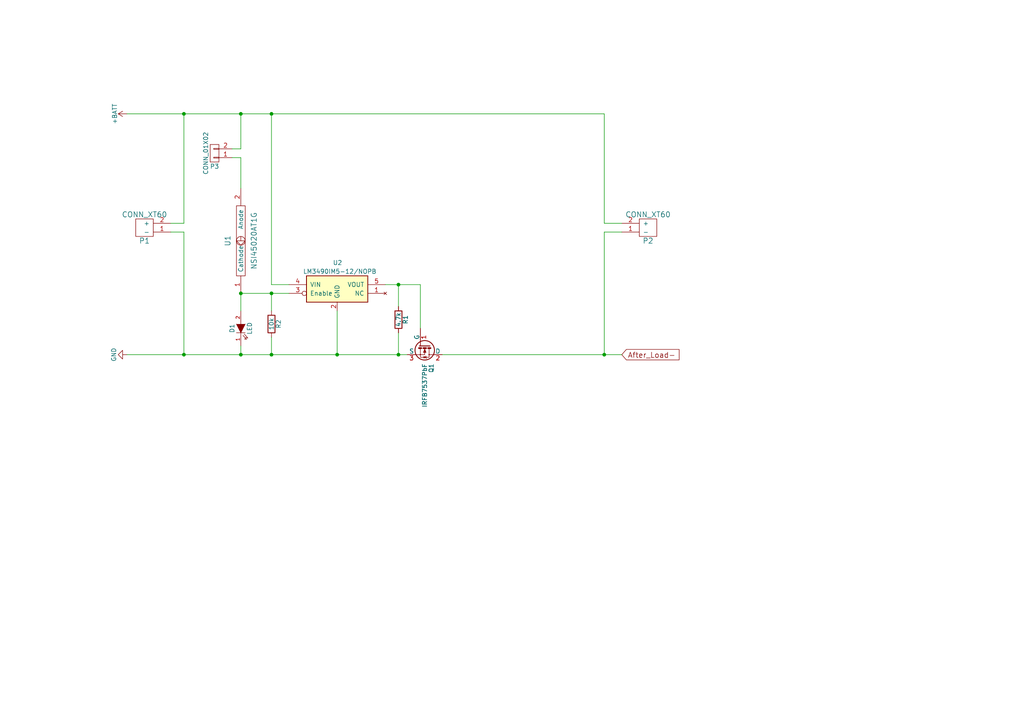
<source format=kicad_sch>
(kicad_sch (version 20230121) (generator eeschema)
  (paper "A4")
  (lib_symbols
    (symbol "main-rescue:+BATT" (power) (pin_names (offset 0))
      (property "Value" "+BATT" (at 0 3.556 0))
      (symbol "+BATT_0_1"
        (polyline (pts (xy -0.762 1.27) (xy 0 2.54)))
        (polyline (pts (xy 0 0) (xy 0 2.54)))
        (polyline (pts (xy 0 2.54) (xy 0.762 1.27)))
      )
      (symbol "+BATT_1_1"
        (pin power_in line (at 0 0 90) (length 0) hide (name "+BATT") (number "1"))
      )
    )
    (symbol "main-rescue:CONN_01X02" (pin_names (offset 1.016) hide)
      (property "Reference" "P" (at 0 3.81 0))
      (property "Value" "CONN_01X02" (at 2.54 0 90))
      (symbol "CONN_01X02_0_1"
        (rectangle (start -1.27 -1.143) (end 0.254 -1.397))
        (rectangle (start -1.27 1.397) (end 0.254 1.143))
        (rectangle (start -1.27 2.54) (end 1.27 -2.54))
      )
      (symbol "CONN_01X02_1_1"
        (pin passive line (at -5.08 1.27 0) (length 3.81) (name "P1") (number "1"))
        (pin passive line (at -5.08 -1.27 0) (length 3.81) (name "P2") (number "2"))
      )
    )
    (symbol "main-rescue:CONN_XT60" (pin_names (offset 1.016))
      (property "Reference" "P" (at 0 3.81 0))
      (property "Value" "CONN_XT60" (at 0 -3.81 0))
      (symbol "CONN_XT60_0_1"
        (rectangle (start 2.54 -2.54) (end -2.54 2.54))
      )
      (symbol "CONN_XT60_1_1"
        (pin input line (at 7.62 1.27 180) (length 5.08) (name "-") (number "1"))
        (pin input line (at 7.62 -1.27 180) (length 5.08) (name "+") (number "2"))
      )
    )
    (symbol "main-rescue:GND" (power) (pin_names (offset 0))
      (property "Value" "GND" (at 0 -3.81 0))
      (symbol "GND_0_1"
        (polyline (pts (xy 0 0) (xy 0 -1.27) (xy 1.27 -1.27) (xy 0 -2.54) (xy -1.27 -1.27) (xy 0 -1.27)))
      )
      (symbol "GND_1_1"
        (pin power_in line (at 0 0 270) (length 0) hide (name "GND") (number "1"))
      )
    )
    (symbol "main-rescue:IRFB7537PbF" (pin_names (offset 0))
      (property "Reference" "Q" (at 5.08 1.905 0))
      (property "Value" "IRFB7537PbF" (at 5.08 0 0))
      (symbol "IRFB7537PbF_0_1"
        (polyline (pts (xy 0.635 -1.016) (xy 0.635 -1.651)) (stroke (width 0.508)))
        (polyline (pts (xy 0.635 0.381) (xy 0.635 -0.381)) (stroke (width 0.508)))
        (polyline (pts (xy 0.635 1.651) (xy 0.635 1.016)) (stroke (width 0.508)))
        (polyline (pts (xy 3.048 0.381) (xy 2.921 0.254)))
        (polyline (pts (xy 3.048 0.381) (xy 3.556 0.381)))
        (polyline (pts (xy 3.556 0.381) (xy 3.683 0.508)))
        (polyline (pts (xy 0 1.524) (xy 0 -1.524) (xy 0 -1.524)) (stroke (width 0.254)))
        (polyline (pts (xy 0.762 -1.27) (xy 2.54 -1.27) (xy 2.54 -2.54) (xy 2.54 -2.54)))
        (polyline (pts (xy 0.762 1.27) (xy 2.54 1.27) (xy 2.54 2.54) (xy 2.54 2.54)))
        (polyline (pts (xy 2.54 1.27) (xy 3.302 1.27) (xy 3.302 -1.27) (xy 2.54 -1.27)))
        (polyline (pts (xy 3.302 0.381) (xy 3.048 -0.254) (xy 3.556 -0.254) (xy 3.302 0.381)) (fill (type outline)))
        (polyline (pts (xy 0.762 0) (xy 1.27 0) (xy 2.54 0) (xy 2.54 -1.27) (xy 2.54 -1.27)))
        (polyline (pts (xy 0.889 0) (xy 1.905 0.381) (xy 1.905 -0.381) (xy 0.889 0) (xy 1.016 0) (xy 1.016 0)) (fill (type outline)))
        (circle (center 1.27 0) (radius 2.8194) (stroke (width 0.254)))
        (circle (center 2.54 -1.27) (radius 0.127))
        (circle (center 2.54 1.27) (radius 0.127))
      )
      (symbol "IRFB7537PbF_1_1"
        (pin input line (at -5.08 -1.27 0) (length 5.08) (name "G") (number "1"))
        (pin passive line (at 2.54 5.08 270) (length 2.54) (name "D") (number "2"))
        (pin passive line (at 2.54 -5.08 90) (length 2.54) (name "S") (number "3"))
      )
    )
    (symbol "main-rescue:LED" (pin_names (offset 1.016) hide)
      (property "Reference" "D" (at 0 2.54 0))
      (property "Value" "LED" (at 0 -2.54 0))
      (symbol "LED_0_1"
        (polyline (pts (xy -1.27 1.27) (xy -1.27 -1.27)))
        (polyline (pts (xy -2.032 -0.635) (xy -3.175 -1.651) (xy -3.048 -1.016)))
        (polyline (pts (xy -1.651 -1.016) (xy -2.794 -2.032) (xy -2.667 -1.397)))
        (polyline (pts (xy 1.27 1.27) (xy -1.27 0) (xy 1.27 -1.27)) (fill (type outline)))
      )
      (symbol "LED_1_1"
        (pin passive line (at -5.08 0 0) (length 3.81) (name "K") (number "1"))
        (pin passive line (at 5.08 0 180) (length 3.81) (name "A") (number "2"))
      )
    )
    (symbol "main-rescue:LM3490IM5-12/NOPB" (pin_names (offset 1.016))
      (property "Reference" "U" (at -1.27 6.35 0))
      (property "Value" "LM3490IM5-12/NOPB" (at 11.43 3.81 0))
      (symbol "LM3490IM5-12/NOPB_0_1"
        (rectangle (start -8.89 2.54) (end 8.89 -5.08) (stroke (width 0.254)) (fill (type background)))
      )
      (symbol "LM3490IM5-12/NOPB_1_1"
        (pin no_connect line (at 13.97 -2.54 180) (length 5.08) (name "NC") (number "1"))
        (pin power_in line (at 0 -7.62 90) (length 2.54) (name "GND") (number "2"))
        (pin input inverted (at -13.97 -2.54 0) (length 5.08) (name "Enable") (number "3"))
        (pin power_in line (at -13.97 0 0) (length 5.08) (name "VIN") (number "4"))
        (pin power_out line (at 13.97 0 180) (length 5.08) (name "VOUT") (number "5"))
      )
    )
    (symbol "main-rescue:NSI45020AT1G" (pin_names (offset 1.016))
      (property "Reference" "U" (at 0 -2.54 0))
      (property "Value" "NSI45020AT1G" (at 0 2.54 0))
      (symbol "NSI45020AT1G_0_1"
        (rectangle (start -10.16 1.27) (end 10.16 -1.27))
        (polyline (pts (xy -1.27 0) (xy 0 0) (xy 0 1.27) (xy 1.27 0) (xy 0 -1.27) (xy 0 0)))
        (circle (center 0 0) (radius 1.27))
      )
      (symbol "NSI45020AT1G_1_1"
        (pin input line (at 15.24 0 180) (length 5.08) (name "Cathode") (number "1"))
        (pin input line (at -15.24 0 0) (length 5.08) (name "Anode") (number "2"))
      )
    )
    (symbol "main-rescue:R" (pin_numbers hide) (pin_names (offset 0))
      (property "Reference" "R" (at 2.032 0 90))
      (property "Value" "R" (at 0 0 90))
      (symbol "R_0_1"
        (rectangle (start -1.016 -2.54) (end 1.016 2.54) (stroke (width 0.254)))
      )
      (symbol "R_1_1"
        (pin passive line (at 0 3.81 270) (length 1.27) (name "~") (number "1"))
        (pin passive line (at 0 -3.81 90) (length 1.27) (name "~") (number "2"))
      )
    )
  )
  (junction (at 53.34 33.02))
  (junction (at 78.74 85.09))
  (junction (at 69.85 85.09))
  (junction (at 115.57 82.55))
  (junction (at 69.85 102.87))
  (junction (at 97.79 102.87))
  (junction (at 53.34 102.87))
  (junction (at 69.85 33.02))
  (junction (at 78.74 102.87))
  (junction (at 78.74 33.02))
  (junction (at 175.26 102.87))
  (junction (at 115.57 102.87))
  (wire (pts (xy 78.74 85.09) (xy 83.82 85.09)))
  (wire (pts (xy 78.74 33.02) (xy 175.26 33.02)))
  (wire (pts (xy 175.26 64.77) (xy 175.26 33.02)))
  (wire (pts (xy 175.26 67.31) (xy 175.26 102.87)))
  (wire (pts (xy 115.57 102.87) (xy 118.11 102.87)))
  (wire (pts (xy 69.85 45.72) (xy 69.85 54.61)))
  (wire (pts (xy 49.53 64.77) (xy 53.34 64.77)))
  (wire (pts (xy 83.82 82.55) (xy 78.74 82.55)))
  (wire (pts (xy 128.27 102.87) (xy 175.26 102.87)))
  (wire (pts (xy 53.34 67.31) (xy 53.34 102.87)))
  (wire (pts (xy 78.74 97.79) (xy 78.74 102.87)))
  (wire (pts (xy 69.85 102.87) (xy 78.74 102.87)))
  (wire (pts (xy 115.57 82.55) (xy 121.92 82.55)))
  (wire (pts (xy 78.74 90.17) (xy 78.74 85.09)))
  (wire (pts (xy 111.76 82.55) (xy 115.57 82.55)))
  (wire (pts (xy 97.79 102.87) (xy 115.57 102.87)))
  (wire (pts (xy 49.53 67.31) (xy 53.34 67.31)))
  (wire (pts (xy 180.34 64.77) (xy 175.26 64.77)))
  (wire (pts (xy 69.85 100.33) (xy 69.85 102.87)))
  (wire (pts (xy 78.74 82.55) (xy 78.74 33.02)))
  (wire (pts (xy 69.85 33.02) (xy 78.74 33.02)))
  (wire (pts (xy 69.85 85.09) (xy 78.74 85.09)))
  (wire (pts (xy 180.34 67.31) (xy 175.26 67.31)))
  (wire (pts (xy 36.83 102.87) (xy 53.34 102.87)))
  (wire (pts (xy 115.57 96.52) (xy 115.57 102.87)))
  (wire (pts (xy 121.92 82.55) (xy 121.92 95.25)))
  (wire (pts (xy 53.34 102.87) (xy 69.85 102.87)))
  (wire (pts (xy 67.31 43.18) (xy 69.85 43.18)))
  (wire (pts (xy 115.57 88.9) (xy 115.57 82.55)))
  (wire (pts (xy 36.83 33.02) (xy 53.34 33.02)))
  (wire (pts (xy 175.26 102.87) (xy 180.34 102.87)))
  (wire (pts (xy 69.85 45.72) (xy 67.31 45.72)))
  (wire (pts (xy 69.85 43.18) (xy 69.85 33.02)))
  (wire (pts (xy 78.74 102.87) (xy 97.79 102.87)))
  (wire (pts (xy 53.34 64.77) (xy 53.34 33.02)))
  (wire (pts (xy 69.85 85.09) (xy 69.85 90.17)))
  (wire (pts (xy 53.34 33.02) (xy 69.85 33.02)))
  (wire (pts (xy 97.79 90.17) (xy 97.79 102.87)))
  (global_label "After_Load-" (shape input) (at 180.34 102.87 0) (effects (font (size 1.524 1.524))) (property "Intersheetrefs" "${INTERSHEET_REFS}" (effects hide)))
  (symbol (lib_id "main-rescue:IRFB7537PbF") (at 123.19 100.33 270) (unit 1)
    (property "Reference" "Q1" (at 125.095 105.41 0) (effects (justify left)))
    (property "Value" "IRFB7537PbF" (at 123.19 105.41 0) (effects (justify left)))
    (property "Footprint" "KiCad-Dev:my_TO-220_Neutral123_Horizontal_LargePads" (effects hide))
    (property "Datasheet" "http://www.infineon.com/dgdl/irfs7537pbf.pdf?fileId=5546d462533600a4015364c3ee2729cb" (effects hide))
  )
  (symbol (lib_id "main-rescue:+BATT") (at 36.83 33.02 90) (unit 1)
    (property "Reference" "#PWR1" (effects hide))
    (property "Value" "+BATT" (at 33.274 33.02 0))
  )
  (symbol (lib_id "main-rescue:GND") (at 36.83 102.87 270) (unit 1)
    (property "Reference" "#PWR2" (effects hide))
    (property "Value" "GND" (at 33.02 102.87 0))
  )
  (symbol (lib_id "main-rescue:LM3490IM5-12/NOPB") (at 97.79 82.55 0) (unit 1)
    (property "Reference" "U2" (at 96.52 76.2 0) (effects (justify left)))
    (property "Value" "LM3490IM5-12/NOPB" (at 109.22 78.74 0) (effects (justify right)))
    (property "Footprint" "TO_SOT_Packages_SMD:SOT-23-5" (effects hide))
    (property "Datasheet" "http://www.ti.com/lit/ds/symlink/lm3490.pdf" (effects hide))
  )
  (symbol (lib_id "main-rescue:NSI45020AT1G") (at 69.85 69.85 270) (unit 1)
    (property "Reference" "U1" (at 66.04 69.85 0) (effects (font (size 1.524 1.524))))
    (property "Value" "NSI45020AT1G" (at 73.66 69.85 0) (effects (font (size 1.524 1.524))))
    (property "Footprint" "Diodes_SMD:SOD-123" (effects hide))
  )
  (symbol (lib_id "main-rescue:LED") (at 69.85 95.25 90) (unit 1)
    (property "Reference" "D1" (at 67.31 95.25 0))
    (property "Value" "LED" (at 72.39 95.25 0))
    (property "Footprint" "LEDs:LED_0805" (effects hide))
  )
  (symbol (lib_id "main-rescue:R") (at 115.57 92.71 0) (unit 1)
    (property "Reference" "R1" (at 117.602 92.71 90))
    (property "Value" "4.7k" (at 115.57 92.71 90))
    (property "Footprint" "Resistors_SMD:R_0805" (effects hide))
  )
  (symbol (lib_id "main-rescue:CONN_01X02") (at 62.23 44.45 180) (unit 1)
    (property "Reference" "P3" (at 62.23 48.26 0))
    (property "Value" "CONN_01X02" (at 59.69 44.45 90))
    (property "Footprint" "Pin_Headers:Pin_Header_Straight_1x02" (effects hide))
  )
  (symbol (lib_id "main-rescue:R") (at 78.74 93.98 0) (unit 1)
    (property "Reference" "R2" (at 80.772 93.98 90))
    (property "Value" "10k" (at 78.74 93.98 90))
    (property "Footprint" "Resistors_SMD:R_0805" (effects hide))
  )
  (symbol (lib_id "main-rescue:CONN_XT60") (at 187.96 66.04 180) (unit 1)
    (property "Reference" "P2" (at 187.96 69.85 0) (effects (font (size 1.524 1.524))))
    (property "Value" "CONN_XT60" (at 187.96 62.23 0) (effects (font (size 1.524 1.524))))
    (property "Footprint" "KiCad-Dev:XT60" (effects hide))
  )
  (symbol (lib_id "main-rescue:CONN_XT60") (at 41.91 66.04 0) (mirror x) (unit 1)
    (property "Reference" "P1" (at 41.91 69.85 0) (effects (font (size 1.524 1.524))))
    (property "Value" "CONN_XT60" (at 41.91 62.23 0) (effects (font (size 1.524 1.524))))
    (property "Footprint" "KiCad-Dev:XT60" (effects hide))
  )
)
</source>
